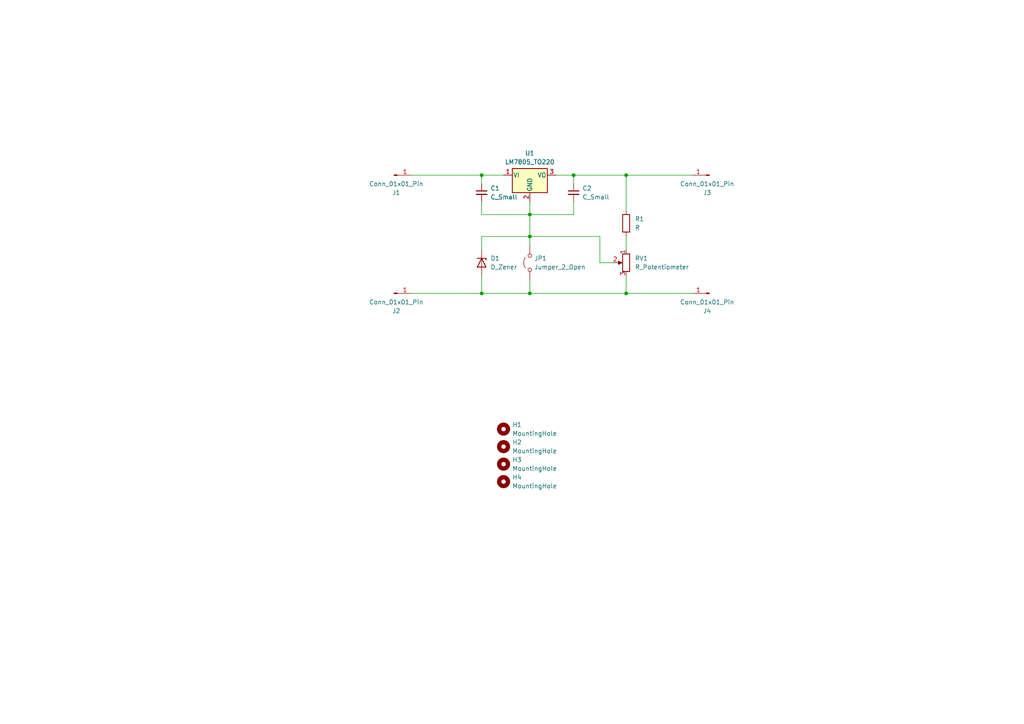
<source format=kicad_sch>
(kicad_sch (version 20231120) (generator "eeschema") (generator_version "8.0")
  (paper "A4")
  (lib_symbols
    (symbol "Connector:Conn_01x01_Pin" (pin_names (offset 1.016) hide)
      (property "Reference" "J" (at 0 2.54 0))
      (property "Value" "Conn_01x01_Pin" (at 0 -2.54 0))
      (symbol "Conn_01x01_Pin_1_1"
        (polyline (pts (xy 1.27 0) (xy 0.8636 0)) (stroke (width 0.1524)))
        (rectangle (start 0.8636 0.127) (end 0 -0.127) (stroke (width 0.1524)) (fill (type outline)))
        (pin passive line (at 5.08 0 180) (length 3.81) (name "Pin_1") (number "1"))
      )
    )
    (symbol "Device:C_Small" (pin_numbers hide) (pin_names (offset 0.254) hide)
      (property "Reference" "C" (at 0.254 1.778 0))
      (property "Value" "C_Small" (at 0.254 -2.032 0))
      (symbol "C_Small_0_1"
        (polyline (pts (xy -1.524 -0.508) (xy 1.524 -0.508)) (stroke (width 0.3302)))
        (polyline (pts (xy -1.524 0.508) (xy 1.524 0.508)) (stroke (width 0.3048)))
      )
      (symbol "C_Small_1_1"
        (pin passive line (at 0 2.54 270) (length 2.032) (name "~") (number "1"))
        (pin passive line (at 0 -2.54 90) (length 2.032) (name "~") (number "2"))
      )
    )
    (symbol "Device:D_Zener" (pin_numbers hide) (pin_names (offset 1.016) hide)
      (property "Reference" "D" (at 0 2.54 0))
      (property "Value" "D_Zener" (at 0 -2.54 0))
      (symbol "D_Zener_0_1"
        (polyline (pts (xy 1.27 0) (xy -1.27 0)))
        (polyline (pts (xy -1.27 -1.27) (xy -1.27 1.27) (xy -0.762 1.27)) (stroke (width 0.254)))
        (polyline (pts (xy 1.27 -1.27) (xy 1.27 1.27) (xy -1.27 0) (xy 1.27 -1.27)) (stroke (width 0.254)))
      )
      (symbol "D_Zener_1_1"
        (pin passive line (at -3.81 0 0) (length 2.54) (name "K") (number "1"))
        (pin passive line (at 3.81 0 180) (length 2.54) (name "A") (number "2"))
      )
    )
    (symbol "Device:R" (pin_numbers hide) (pin_names (offset 0))
      (property "Reference" "R" (at 2.032 0 90))
      (property "Value" "R" (at 0 0 90))
      (symbol "R_0_1"
        (rectangle (start -1.016 -2.54) (end 1.016 2.54) (stroke (width 0.254)))
      )
      (symbol "R_1_1"
        (pin passive line (at 0 3.81 270) (length 1.27) (name "~") (number "1"))
        (pin passive line (at 0 -3.81 90) (length 1.27) (name "~") (number "2"))
      )
    )
    (symbol "Device:R_Potentiometer" (pin_names (offset 1.016) hide)
      (property "Reference" "RV" (at -4.445 0 90))
      (property "Value" "R_Potentiometer" (at -2.54 0 90))
      (symbol "R_Potentiometer_0_1"
        (polyline (pts (xy 2.54 0) (xy 1.524 0)))
        (polyline (pts (xy 1.143 0) (xy 2.286 0.508) (xy 2.286 -0.508) (xy 1.143 0)) (fill (type outline)))
        (rectangle (start 1.016 2.54) (end -1.016 -2.54) (stroke (width 0.254)))
      )
      (symbol "R_Potentiometer_1_1"
        (pin passive line (at 0 3.81 270) (length 1.27) (name "1") (number "1"))
        (pin passive line (at 3.81 0 180) (length 1.27) (name "2") (number "2"))
        (pin passive line (at 0 -3.81 90) (length 1.27) (name "3") (number "3"))
      )
    )
    (symbol "Jumper:Jumper_2_Open" (pin_numbers hide) (pin_names (offset 0) hide) (exclude_from_sim yes)
      (property "Reference" "JP" (at 0 2.794 0))
      (property "Value" "Jumper_2_Open" (at 0 -2.286 0))
      (symbol "Jumper_2_Open_0_0"
        (circle (center -2.032 0) (radius 0.508))
        (circle (center 2.032 0) (radius 0.508))
      )
      (symbol "Jumper_2_Open_0_1"
        (arc (start 1.524 1.27) (mid 0 1.778) (end -1.524 1.27))
      )
      (symbol "Jumper_2_Open_1_1"
        (pin passive line (at -5.08 0 0) (length 2.54) (name "A") (number "1"))
        (pin passive line (at 5.08 0 180) (length 2.54) (name "B") (number "2"))
      )
    )
    (symbol "Mechanical:MountingHole" (pin_names (offset 1.016)) (exclude_from_sim yes) (in_bom no)
      (property "Reference" "H" (at 0 5.08 0))
      (property "Value" "MountingHole" (at 0 3.175 0))
      (symbol "MountingHole_0_1"
        (circle (center 0 0) (radius 1.27) (stroke (width 1.27)))
      )
    )
    (symbol "Regulator_Linear:LM7805_TO220" (pin_names (offset 0.254))
      (property "Reference" "U" (at -3.81 3.175 0))
      (property "Value" "LM7805_TO220" (at 0 3.175 0))
      (symbol "LM7805_TO220_0_1"
        (rectangle (start -5.08 1.905) (end 5.08 -5.08) (stroke (width 0.254)) (fill (type background)))
      )
      (symbol "LM7805_TO220_1_1"
        (pin power_in line (at -7.62 0 0) (length 2.54) (name "VI") (number "1"))
        (pin power_in line (at 0 -7.62 90) (length 2.54) (name "GND") (number "2"))
        (pin power_out line (at 7.62 0 180) (length 2.54) (name "VO") (number "3"))
      )
    )
  )
  (junction (at 181.61 50.8))
  (junction (at 153.67 68.58))
  (junction (at 153.67 85.09))
  (junction (at 139.7 85.09))
  (junction (at 139.7 50.8))
  (junction (at 181.61 85.09))
  (junction (at 153.67 62.23))
  (junction (at 166.37 50.8))
  (wire (pts (xy 181.61 85.09) (xy 200.66 85.09)))
  (wire (pts (xy 139.7 68.58) (xy 153.67 68.58)))
  (wire (pts (xy 166.37 50.8) (xy 181.61 50.8)))
  (wire (pts (xy 173.99 68.58) (xy 173.99 76.2)))
  (wire (pts (xy 173.99 76.2) (xy 177.8 76.2)))
  (wire (pts (xy 181.61 50.8) (xy 200.66 50.8)))
  (wire (pts (xy 153.67 58.42) (xy 153.67 62.23)))
  (wire (pts (xy 153.67 81.28) (xy 153.67 85.09)))
  (wire (pts (xy 139.7 62.23) (xy 139.7 58.42)))
  (wire (pts (xy 181.61 50.8) (xy 181.61 60.96)))
  (wire (pts (xy 181.61 68.58) (xy 181.61 72.39)))
  (wire (pts (xy 161.29 50.8) (xy 166.37 50.8)))
  (wire (pts (xy 139.7 72.39) (xy 139.7 68.58)))
  (wire (pts (xy 166.37 62.23) (xy 153.67 62.23)))
  (wire (pts (xy 153.67 68.58) (xy 173.99 68.58)))
  (wire (pts (xy 153.67 85.09) (xy 181.61 85.09)))
  (wire (pts (xy 119.38 50.8) (xy 139.7 50.8)))
  (wire (pts (xy 153.67 62.23) (xy 139.7 62.23)))
  (wire (pts (xy 139.7 80.01) (xy 139.7 85.09)))
  (wire (pts (xy 181.61 80.01) (xy 181.61 85.09)))
  (wire (pts (xy 119.38 85.09) (xy 139.7 85.09)))
  (wire (pts (xy 166.37 50.8) (xy 166.37 53.34)))
  (wire (pts (xy 146.05 50.8) (xy 139.7 50.8)))
  (wire (pts (xy 139.7 50.8) (xy 139.7 53.34)))
  (wire (pts (xy 153.67 62.23) (xy 153.67 68.58)))
  (wire (pts (xy 166.37 58.42) (xy 166.37 62.23)))
  (wire (pts (xy 139.7 85.09) (xy 153.67 85.09)))
  (wire (pts (xy 153.67 68.58) (xy 153.67 71.12)))
  (symbol (lib_id "Jumper:Jumper_2_Open") (at 153.67 76.2 90) (unit 1) (exclude_from_sim yes)
    (property "Reference" "JP1" (at 154.94 74.9299 90) (effects (justify right)))
    (property "Value" "Jumper_2_Open" (at 154.94 77.4699 90) (effects (justify right)))
    (property "Footprint" "Library:Jumper-Plugin" (effects (hide yes)))
    (property "Description" "Jumper, 2-pole, open" (effects (hide yes)))
  )
  (symbol (lib_id "Connector:Conn_01x01_Pin") (at 205.74 50.8 0) (mirror y) (unit 1)
    (property "Reference" "J3" (at 205.105 55.88 0))
    (property "Value" "Conn_01x01_Pin" (at 205.105 53.34 0))
    (property "Footprint" "Library:Banana_2mm" (effects (hide yes)))
    (property "Description" "Generic connector, single row, 01x01, script generated" (effects (hide yes)))
  )
  (symbol (lib_id "Mechanical:MountingHole") (at 146.05 129.54 0) (unit 1) (exclude_from_sim yes) (in_bom no)
    (property "Reference" "H2" (at 148.59 128.2699 0) (effects (justify left)))
    (property "Value" "MountingHole" (at 148.59 130.8099 0) (effects (justify left)))
    (property "Footprint" "MountingHole:MountingHole_3.2mm_M3_Pad" (effects (hide yes)))
    (property "Description" "Mounting Hole without connection" (effects (hide yes)))
  )
  (symbol (lib_id "Connector:Conn_01x01_Pin") (at 114.3 85.09 0) (unit 1)
    (property "Reference" "J2" (at 114.935 90.17 0))
    (property "Value" "Conn_01x01_Pin" (at 114.935 87.63 0))
    (property "Footprint" "Library:Banana_2mm" (effects (hide yes)))
    (property "Description" "Generic connector, single row, 01x01, script generated" (effects (hide yes)))
  )
  (symbol (lib_id "Connector:Conn_01x01_Pin") (at 114.3 50.8 0) (unit 1)
    (property "Reference" "J1" (at 114.935 55.88 0))
    (property "Value" "Conn_01x01_Pin" (at 114.935 53.34 0))
    (property "Footprint" "Library:Banana_2mm" (effects (hide yes)))
    (property "Description" "Generic connector, single row, 01x01, script generated" (effects (hide yes)))
  )
  (symbol (lib_id "Device:C_Small") (at 139.7 55.88 0) (unit 1)
    (property "Reference" "C1" (at 142.24 54.6162 0) (effects (justify left)))
    (property "Value" "C_Small" (at 142.24 57.1562 0) (effects (justify left)))
    (property "Footprint" "Library:Capacitor-Plugin_Ceramic" (effects (hide yes)))
    (property "Description" "Unpolarized capacitor, small symbol" (effects (hide yes)))
  )
  (symbol (lib_id "Mechanical:MountingHole") (at 146.05 139.7 0) (unit 1) (exclude_from_sim yes) (in_bom no)
    (property "Reference" "H4" (at 148.59 138.4299 0) (effects (justify left)))
    (property "Value" "MountingHole" (at 148.59 140.9699 0) (effects (justify left)))
    (property "Footprint" "MountingHole:MountingHole_3.2mm_M3_Pad" (effects (hide yes)))
    (property "Description" "Mounting Hole without connection" (effects (hide yes)))
  )
  (symbol (lib_id "Regulator_Linear:LM7805_TO220") (at 153.67 50.8 0) (unit 1)
    (property "Reference" "U1" (at 153.67 44.45 0))
    (property "Value" "LM7805_TO220" (at 153.67 46.99 0))
    (property "Footprint" "Package_TO_SOT_THT:TO-220-3_Vertical" (effects (hide yes)))
    (property "Datasheet" "https://www.onsemi.cn/PowerSolutions/document/MC7800-D.PDF" (effects (hide yes)))
    (property "Description" "Positive 1A 35V Linear Regulator, Fixed Output 5V, TO-220" (effects (hide yes)))
  )
  (symbol (lib_id "Device:R_Potentiometer") (at 181.61 76.2 0) (mirror y) (unit 1)
    (property "Reference" "RV1" (at 184.15 74.9299 0) (effects (justify right)))
    (property "Value" "R_Potentiometer" (at 184.15 77.4699 0) (effects (justify right)))
    (property "Footprint" "Potentiometer_THT:Potentiometer_Alpha_RD901F-40-00D_Single_Vertical" (effects (hide yes)))
    (property "Description" "Potentiometer" (effects (hide yes)))
  )
  (symbol (lib_id "Device:D_Zener") (at 139.7 76.2 270) (unit 1)
    (property "Reference" "D1" (at 142.24 74.9299 90) (effects (justify left)))
    (property "Value" "D_Zener" (at 142.24 77.4699 90) (effects (justify left)))
    (property "Footprint" "Library:Zener-Diode-Plugin" (effects (hide yes)))
    (property "Description" "Zener diode" (effects (hide yes)))
  )
  (symbol (lib_id "Device:R") (at 181.61 64.77 0) (unit 1)
    (property "Reference" "R1" (at 184.15 63.4999 0) (effects (justify left)))
    (property "Value" "R" (at 184.15 66.0399 0) (effects (justify left)))
    (property "Footprint" "Library:Resistor-Plugin_0.5Watt" (effects (hide yes)))
    (property "Description" "Resistor" (effects (hide yes)))
  )
  (symbol (lib_id "Mechanical:MountingHole") (at 146.05 134.62 0) (unit 1) (exclude_from_sim yes) (in_bom no)
    (property "Reference" "H3" (at 148.59 133.3499 0) (effects (justify left)))
    (property "Value" "MountingHole" (at 148.59 135.8899 0) (effects (justify left)))
    (property "Footprint" "MountingHole:MountingHole_3.2mm_M3_Pad" (effects (hide yes)))
    (property "Description" "Mounting Hole without connection" (effects (hide yes)))
  )
  (symbol (lib_id "Mechanical:MountingHole") (at 146.05 124.46 0) (unit 1) (exclude_from_sim yes) (in_bom no)
    (property "Reference" "H1" (at 148.59 123.1899 0) (effects (justify left)))
    (property "Value" "MountingHole" (at 148.59 125.7299 0) (effects (justify left)))
    (property "Footprint" "MountingHole:MountingHole_3.2mm_M3_Pad" (effects (hide yes)))
    (property "Description" "Mounting Hole without connection" (effects (hide yes)))
  )
  (symbol (lib_id "Device:C_Small") (at 166.37 55.88 0) (unit 1)
    (property "Reference" "C2" (at 168.91 54.6162 0) (effects (justify left)))
    (property "Value" "C_Small" (at 168.91 57.1562 0) (effects (justify left)))
    (property "Footprint" "Library:Capacitor-Plugin_Ceramic" (effects (hide yes)))
    (property "Description" "Unpolarized capacitor, small symbol" (effects (hide yes)))
  )
  (symbol (lib_id "Connector:Conn_01x01_Pin") (at 205.74 85.09 0) (mirror y) (unit 1)
    (property "Reference" "J4" (at 205.105 90.17 0))
    (property "Value" "Conn_01x01_Pin" (at 205.105 87.63 0))
    (property "Footprint" "Library:Banana_2mm" (effects (hide yes)))
    (property "Description" "Generic connector, single row, 01x01, script generated" (effects (hide yes)))
  )
)
</source>
